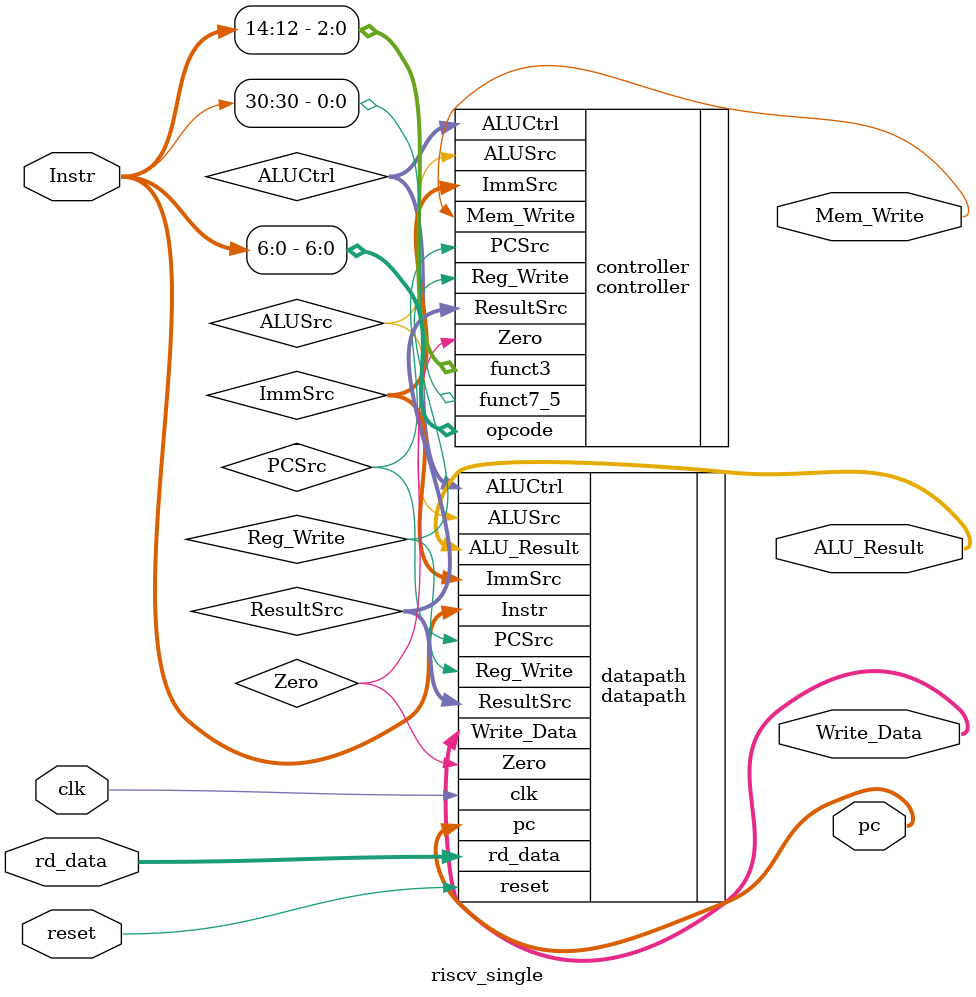
<source format=v>
/*
 * @Author: Eric Wong 
 * @Date: 2022-01-20 11:44:04 
 * @Last Modified by:   Eric Wong 
 * @Last Modified time: 2022-01-20 11:44:04 
 */

module riscv_single # (
        parameter Width = 32
    )
    (
        input               clk         ,
        input               reset       ,
        // Instruction Memory
        input   [31:0]      Instr       ,
        output  [Width-1:0] pc          ,
        // Data Memory
        input   [Width-1:0] rd_data     ,
        output  [Width-1:0] ALU_Result  ,
        output              Mem_Write   ,
        output  [Width-1:0] Write_Data
    );
    
    wire PCSrc;
    wire [1:0]  ResultSrc;
    wire [2:0]  ALUCtrl;
    wire        ALUSrc;
    wire [1:0]  ImmSrc;
    wire        Reg_Write;
    wire        Zero;
    
    datapath datapath (
        .clk        (clk        ),
        .reset      (reset      ),
        
        .PCSrc      (PCSrc      ),
        .ResultSrc  (ResultSrc  ),
        .ALUCtrl    (ALUCtrl    ),
        .ALUSrc     (ALUSrc     ),
        .ImmSrc     (ImmSrc     ),
        .Reg_Write  (Reg_Write  ),
        
        .Zero       (Zero       ),
        
        .Instr      (Instr      ),
        .rd_data    (rd_data    ),
        
        .pc         (pc         ),
        .ALU_Result (ALU_Result ),
        .Write_Data (Write_Data )
    );

    controller controller (
        .opcode     (Instr[6:0]     ),
        .funct3     (Instr[14:12]   ),
        .funct7_5   (Instr[30]      ),
        .Zero       (Zero           ),
        
        .PCSrc      (PCSrc          ),
        .ResultSrc  (ResultSrc      ),
        .Mem_Write  (Mem_Write      ),
        .ALUCtrl    (ALUCtrl        ),
        .ALUSrc     (ALUSrc         ),
        .ImmSrc     (ImmSrc         ),
        .Reg_Write  (Reg_Write      )
    );
endmodule

</source>
